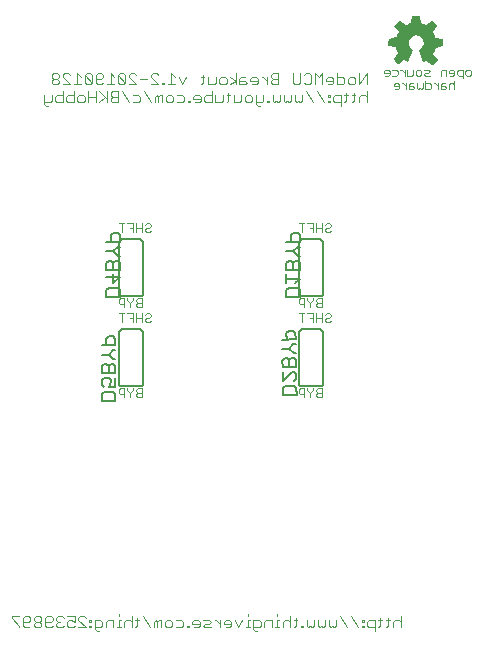
<source format=gbr>
G04 EAGLE Gerber RS-274X export*
G75*
%MOMM*%
%FSLAX34Y34*%
%LPD*%
%INSilkscreen Bottom*%
%IPPOS*%
%AMOC8*
5,1,8,0,0,1.08239X$1,22.5*%
G01*
%ADD10C,0.076200*%
%ADD11C,0.152400*%
%ADD12C,0.127000*%
%ADD13C,0.050800*%

G36*
X560240Y591072D02*
X560240Y591072D01*
X560292Y591077D01*
X560314Y591091D01*
X560325Y591093D01*
X560333Y591102D01*
X560362Y591120D01*
X561251Y591882D01*
X561252Y591883D01*
X561254Y591885D01*
X562397Y592901D01*
X562400Y592905D01*
X562408Y592911D01*
X563297Y593800D01*
X563300Y593804D01*
X563307Y593811D01*
X564323Y594954D01*
X564339Y594986D01*
X564353Y595002D01*
X564355Y595018D01*
X564379Y595057D01*
X564379Y595070D01*
X564384Y595081D01*
X564377Y595140D01*
X564376Y595198D01*
X564368Y595213D01*
X564367Y595221D01*
X564359Y595231D01*
X564339Y595271D01*
X560753Y600217D01*
X561559Y601598D01*
X561560Y601604D01*
X561567Y601613D01*
X562075Y602629D01*
X562077Y602641D01*
X562091Y602669D01*
X562472Y603939D01*
X562472Y603940D01*
X562473Y603942D01*
X562936Y605566D01*
X569001Y606556D01*
X569060Y606584D01*
X569120Y606610D01*
X569123Y606614D01*
X569128Y606617D01*
X569163Y606672D01*
X569200Y606726D01*
X569201Y606733D01*
X569203Y606736D01*
X569203Y606745D01*
X569213Y606806D01*
X569213Y612394D01*
X569195Y612457D01*
X569179Y612521D01*
X569176Y612524D01*
X569174Y612529D01*
X569125Y612573D01*
X569078Y612618D01*
X569071Y612620D01*
X569069Y612623D01*
X569060Y612624D01*
X569001Y612644D01*
X562915Y613638D01*
X562596Y614383D01*
X562219Y615763D01*
X562213Y615773D01*
X562205Y615802D01*
X561443Y617453D01*
X561437Y617460D01*
X561430Y617477D01*
X560752Y618608D01*
X564216Y623681D01*
X564236Y623740D01*
X564259Y623799D01*
X564257Y623807D01*
X564260Y623815D01*
X564245Y623876D01*
X564234Y623937D01*
X564227Y623946D01*
X564226Y623952D01*
X564217Y623960D01*
X564186Y624003D01*
X563557Y624633D01*
X562545Y625770D01*
X562541Y625773D01*
X562535Y625781D01*
X561265Y627051D01*
X561256Y627056D01*
X561241Y627072D01*
X560098Y627961D01*
X560051Y627980D01*
X560008Y628006D01*
X559987Y628005D01*
X559968Y628013D01*
X559918Y628004D01*
X559867Y628003D01*
X559841Y627989D01*
X559829Y627987D01*
X559820Y627979D01*
X559794Y627966D01*
X554847Y624379D01*
X553211Y625314D01*
X553200Y625316D01*
X553179Y625329D01*
X551909Y625837D01*
X551904Y625838D01*
X551895Y625842D01*
X550135Y626429D01*
X549144Y632375D01*
X549121Y632422D01*
X549105Y632473D01*
X549091Y632485D01*
X549083Y632502D01*
X549038Y632530D01*
X548998Y632564D01*
X548973Y632571D01*
X548963Y632577D01*
X548951Y632576D01*
X548919Y632585D01*
X547649Y632712D01*
X547641Y632711D01*
X547624Y632713D01*
X544703Y632713D01*
X544696Y632711D01*
X544682Y632712D01*
X543158Y632585D01*
X543108Y632566D01*
X543057Y632555D01*
X543044Y632542D01*
X543026Y632535D01*
X542995Y632493D01*
X542957Y632455D01*
X542949Y632431D01*
X542942Y632422D01*
X542941Y632410D01*
X542930Y632379D01*
X541817Y626321D01*
X540838Y626103D01*
X540827Y626097D01*
X540790Y626087D01*
X538504Y625071D01*
X538498Y625067D01*
X538484Y625061D01*
X537480Y624504D01*
X532403Y628095D01*
X532361Y628109D01*
X532324Y628132D01*
X532296Y628132D01*
X532270Y628141D01*
X532227Y628131D01*
X532183Y628130D01*
X532145Y628112D01*
X532133Y628109D01*
X532127Y628102D01*
X532110Y628094D01*
X531221Y627459D01*
X531216Y627453D01*
X531201Y627444D01*
X530185Y626555D01*
X530182Y626550D01*
X530173Y626543D01*
X528903Y625273D01*
X528899Y625265D01*
X528884Y625252D01*
X527868Y623982D01*
X527848Y623934D01*
X527821Y623890D01*
X527822Y623870D01*
X527814Y623852D01*
X527823Y623801D01*
X527824Y623749D01*
X527836Y623724D01*
X527838Y623713D01*
X527846Y623704D01*
X527860Y623676D01*
X531327Y618848D01*
X531272Y618738D01*
X530387Y617221D01*
X530385Y617212D01*
X530375Y617198D01*
X529740Y615801D01*
X529739Y615791D01*
X529729Y615770D01*
X529266Y614266D01*
X523194Y613151D01*
X523149Y613128D01*
X523100Y613113D01*
X523087Y613097D01*
X523068Y613088D01*
X523042Y613044D01*
X523009Y613006D01*
X523001Y612978D01*
X522995Y612967D01*
X522996Y612956D01*
X522988Y612927D01*
X522861Y611657D01*
X522861Y611656D01*
X522861Y611655D01*
X522734Y610258D01*
X522735Y610250D01*
X522733Y610235D01*
X522733Y607314D01*
X522750Y607253D01*
X522764Y607192D01*
X522770Y607186D01*
X522772Y607179D01*
X522819Y607137D01*
X522864Y607092D01*
X522873Y607089D01*
X522877Y607085D01*
X522888Y607083D01*
X522940Y607065D01*
X529003Y605951D01*
X529471Y604078D01*
X529475Y604072D01*
X529477Y604059D01*
X529985Y602535D01*
X529992Y602524D01*
X530006Y602487D01*
X530814Y601102D01*
X527223Y595901D01*
X527207Y595855D01*
X527184Y595813D01*
X527185Y595790D01*
X527178Y595767D01*
X527189Y595721D01*
X527192Y595673D01*
X527209Y595643D01*
X527212Y595630D01*
X527219Y595623D01*
X527231Y595602D01*
X528120Y594459D01*
X528125Y594455D01*
X528131Y594446D01*
X529147Y593303D01*
X529151Y593300D01*
X529157Y593292D01*
X530046Y592403D01*
X530051Y592400D01*
X530058Y592391D01*
X531074Y591502D01*
X531125Y591479D01*
X531172Y591449D01*
X531188Y591449D01*
X531202Y591443D01*
X531257Y591450D01*
X531313Y591450D01*
X531332Y591459D01*
X531342Y591461D01*
X531352Y591469D01*
X531386Y591486D01*
X536324Y594942D01*
X537705Y594022D01*
X537717Y594018D01*
X537748Y593999D01*
X539272Y593364D01*
X539289Y593362D01*
X539305Y593353D01*
X539358Y593354D01*
X539412Y593348D01*
X539428Y593356D01*
X539445Y593357D01*
X539490Y593386D01*
X539538Y593410D01*
X539548Y593425D01*
X539563Y593435D01*
X539604Y593504D01*
X543541Y603410D01*
X543547Y603474D01*
X543557Y603537D01*
X543554Y603543D01*
X543555Y603551D01*
X543526Y603608D01*
X543501Y603666D01*
X543494Y603672D01*
X543491Y603677D01*
X543482Y603682D01*
X543440Y603719D01*
X542297Y604428D01*
X541342Y605337D01*
X540592Y606422D01*
X540079Y607637D01*
X539825Y608931D01*
X539839Y610249D01*
X540123Y611537D01*
X540663Y612740D01*
X541437Y613807D01*
X542412Y614695D01*
X543548Y615365D01*
X544796Y615789D01*
X546104Y615949D01*
X547457Y615830D01*
X548752Y615423D01*
X549929Y614749D01*
X550935Y613838D01*
X551723Y612733D01*
X552256Y611485D01*
X552509Y610152D01*
X552471Y608795D01*
X552144Y607478D01*
X551542Y606262D01*
X550693Y605203D01*
X549638Y604350D01*
X548400Y603730D01*
X548349Y603683D01*
X548297Y603636D01*
X548297Y603635D01*
X548296Y603635D01*
X548278Y603567D01*
X548260Y603500D01*
X548260Y603499D01*
X548260Y603497D01*
X548274Y603420D01*
X551830Y593260D01*
X551850Y593233D01*
X551860Y593201D01*
X551890Y593177D01*
X551912Y593146D01*
X551943Y593133D01*
X551969Y593111D01*
X552007Y593107D01*
X552042Y593092D01*
X552075Y593098D01*
X552109Y593094D01*
X552175Y593116D01*
X552181Y593117D01*
X552182Y593118D01*
X552186Y593119D01*
X554973Y594573D01*
X560054Y591103D01*
X560105Y591086D01*
X560152Y591063D01*
X560171Y591065D01*
X560188Y591059D01*
X560240Y591072D01*
G37*
D10*
X466571Y309753D02*
X466571Y317125D01*
X462885Y317125D01*
X461657Y315897D01*
X461657Y314668D01*
X462885Y313439D01*
X461657Y312210D01*
X461657Y310982D01*
X462885Y309753D01*
X466571Y309753D01*
X466571Y313439D02*
X462885Y313439D01*
X459087Y315897D02*
X459087Y317125D01*
X459087Y315897D02*
X456630Y313439D01*
X454172Y315897D01*
X454172Y317125D01*
X456630Y313439D02*
X456630Y309753D01*
X451603Y309753D02*
X451603Y317125D01*
X447917Y317125D01*
X446688Y315897D01*
X446688Y313439D01*
X447917Y312210D01*
X451603Y312210D01*
X314171Y309753D02*
X314171Y317125D01*
X310485Y317125D01*
X309257Y315897D01*
X309257Y314668D01*
X310485Y313439D01*
X309257Y312210D01*
X309257Y310982D01*
X310485Y309753D01*
X314171Y309753D01*
X314171Y313439D02*
X310485Y313439D01*
X306687Y315897D02*
X306687Y317125D01*
X306687Y315897D02*
X304230Y313439D01*
X301772Y315897D01*
X301772Y317125D01*
X304230Y313439D02*
X304230Y309753D01*
X299203Y309753D02*
X299203Y317125D01*
X295517Y317125D01*
X294288Y315897D01*
X294288Y313439D01*
X295517Y312210D01*
X299203Y312210D01*
X314171Y385953D02*
X314171Y393325D01*
X310485Y393325D01*
X309257Y392097D01*
X309257Y390868D01*
X310485Y389639D01*
X309257Y388410D01*
X309257Y387182D01*
X310485Y385953D01*
X314171Y385953D01*
X314171Y389639D02*
X310485Y389639D01*
X306687Y392097D02*
X306687Y393325D01*
X306687Y392097D02*
X304230Y389639D01*
X301772Y392097D01*
X301772Y393325D01*
X304230Y389639D02*
X304230Y385953D01*
X299203Y385953D02*
X299203Y393325D01*
X295517Y393325D01*
X294288Y392097D01*
X294288Y389639D01*
X295517Y388410D01*
X299203Y388410D01*
X466571Y385953D02*
X466571Y393325D01*
X462885Y393325D01*
X461657Y392097D01*
X461657Y390868D01*
X462885Y389639D01*
X461657Y388410D01*
X461657Y387182D01*
X462885Y385953D01*
X466571Y385953D01*
X466571Y389639D02*
X462885Y389639D01*
X459087Y392097D02*
X459087Y393325D01*
X459087Y392097D02*
X456630Y389639D01*
X454172Y392097D01*
X454172Y393325D01*
X456630Y389639D02*
X456630Y385953D01*
X451603Y385953D02*
X451603Y393325D01*
X447917Y393325D01*
X446688Y392097D01*
X446688Y389639D01*
X447917Y388410D01*
X451603Y388410D01*
X469141Y455597D02*
X470370Y456825D01*
X472827Y456825D01*
X474056Y455597D01*
X474056Y454368D01*
X472827Y453139D01*
X470370Y453139D01*
X469141Y451910D01*
X469141Y450682D01*
X470370Y449453D01*
X472827Y449453D01*
X474056Y450682D01*
X466571Y449453D02*
X466571Y456825D01*
X466571Y453139D02*
X461657Y453139D01*
X461657Y456825D02*
X461657Y449453D01*
X459087Y449453D02*
X459087Y456825D01*
X454172Y456825D01*
X456630Y453139D02*
X459087Y453139D01*
X449146Y449453D02*
X449146Y456825D01*
X451603Y456825D02*
X446688Y456825D01*
X317970Y456825D02*
X316741Y455597D01*
X317970Y456825D02*
X320427Y456825D01*
X321656Y455597D01*
X321656Y454368D01*
X320427Y453139D01*
X317970Y453139D01*
X316741Y451910D01*
X316741Y450682D01*
X317970Y449453D01*
X320427Y449453D01*
X321656Y450682D01*
X314171Y449453D02*
X314171Y456825D01*
X314171Y453139D02*
X309257Y453139D01*
X309257Y456825D02*
X309257Y449453D01*
X306687Y449453D02*
X306687Y456825D01*
X301772Y456825D01*
X304230Y453139D02*
X306687Y453139D01*
X296746Y449453D02*
X296746Y456825D01*
X299203Y456825D02*
X294288Y456825D01*
X317970Y380625D02*
X316741Y379397D01*
X317970Y380625D02*
X320427Y380625D01*
X321656Y379397D01*
X321656Y378168D01*
X320427Y376939D01*
X317970Y376939D01*
X316741Y375710D01*
X316741Y374482D01*
X317970Y373253D01*
X320427Y373253D01*
X321656Y374482D01*
X314171Y373253D02*
X314171Y380625D01*
X314171Y376939D02*
X309257Y376939D01*
X309257Y380625D02*
X309257Y373253D01*
X306687Y373253D02*
X306687Y380625D01*
X301772Y380625D01*
X304230Y376939D02*
X306687Y376939D01*
X296746Y373253D02*
X296746Y380625D01*
X299203Y380625D02*
X294288Y380625D01*
X469141Y379397D02*
X470370Y380625D01*
X472827Y380625D01*
X474056Y379397D01*
X474056Y378168D01*
X472827Y376939D01*
X470370Y376939D01*
X469141Y375710D01*
X469141Y374482D01*
X470370Y373253D01*
X472827Y373253D01*
X474056Y374482D01*
X466571Y373253D02*
X466571Y380625D01*
X466571Y376939D02*
X461657Y376939D01*
X461657Y380625D02*
X461657Y373253D01*
X459087Y373253D02*
X459087Y380625D01*
X454172Y380625D01*
X456630Y376939D02*
X459087Y376939D01*
X449146Y373253D02*
X449146Y380625D01*
X451603Y380625D02*
X446688Y380625D01*
X504197Y574421D02*
X504197Y583827D01*
X497927Y574421D01*
X497927Y583827D01*
X493274Y574421D02*
X490139Y574421D01*
X488571Y575989D01*
X488571Y579124D01*
X490139Y580692D01*
X493274Y580692D01*
X494842Y579124D01*
X494842Y575989D01*
X493274Y574421D01*
X479216Y574421D02*
X479216Y583827D01*
X479216Y574421D02*
X483919Y574421D01*
X485487Y575989D01*
X485487Y579124D01*
X483919Y580692D01*
X479216Y580692D01*
X474564Y574421D02*
X471429Y574421D01*
X474564Y574421D02*
X476132Y575989D01*
X476132Y579124D01*
X474564Y580692D01*
X471429Y580692D01*
X469861Y579124D01*
X469861Y577556D01*
X476132Y577556D01*
X466777Y574421D02*
X466777Y583827D01*
X463641Y580692D01*
X460506Y583827D01*
X460506Y574421D01*
X451151Y582259D02*
X452718Y583827D01*
X455854Y583827D01*
X457421Y582259D01*
X457421Y575989D01*
X455854Y574421D01*
X452718Y574421D01*
X451151Y575989D01*
X448066Y575989D02*
X448066Y583827D01*
X448066Y575989D02*
X446498Y574421D01*
X443363Y574421D01*
X441795Y575989D01*
X441795Y583827D01*
X429356Y583827D02*
X429356Y574421D01*
X429356Y583827D02*
X424653Y583827D01*
X423085Y582259D01*
X423085Y580692D01*
X424653Y579124D01*
X423085Y577556D01*
X423085Y575989D01*
X424653Y574421D01*
X429356Y574421D01*
X429356Y579124D02*
X424653Y579124D01*
X420001Y580692D02*
X420001Y574421D01*
X420001Y577556D02*
X416865Y580692D01*
X415298Y580692D01*
X410637Y574421D02*
X407502Y574421D01*
X410637Y574421D02*
X412205Y575989D01*
X412205Y579124D01*
X410637Y580692D01*
X407502Y580692D01*
X405934Y579124D01*
X405934Y577556D01*
X412205Y577556D01*
X401282Y580692D02*
X398146Y580692D01*
X396579Y579124D01*
X396579Y574421D01*
X401282Y574421D01*
X402849Y575989D01*
X401282Y577556D01*
X396579Y577556D01*
X393494Y574421D02*
X393494Y583827D01*
X393494Y577556D02*
X388791Y574421D01*
X393494Y577556D02*
X388791Y580692D01*
X384131Y574421D02*
X380995Y574421D01*
X379428Y575989D01*
X379428Y579124D01*
X380995Y580692D01*
X384131Y580692D01*
X385698Y579124D01*
X385698Y575989D01*
X384131Y574421D01*
X376343Y575989D02*
X376343Y580692D01*
X376343Y575989D02*
X374775Y574421D01*
X370072Y574421D01*
X370072Y580692D01*
X365420Y582259D02*
X365420Y575989D01*
X363853Y574421D01*
X363853Y580692D02*
X366988Y580692D01*
X351396Y580692D02*
X348261Y574421D01*
X345125Y580692D01*
X342041Y580692D02*
X338905Y583827D01*
X338905Y574421D01*
X335770Y574421D02*
X342041Y574421D01*
X332686Y574421D02*
X332686Y575989D01*
X331118Y575989D01*
X331118Y574421D01*
X332686Y574421D01*
X328008Y574421D02*
X321737Y574421D01*
X328008Y574421D02*
X321737Y580692D01*
X321737Y582259D01*
X323305Y583827D01*
X326440Y583827D01*
X328008Y582259D01*
X318653Y579124D02*
X312382Y579124D01*
X309298Y574421D02*
X303027Y574421D01*
X309298Y574421D02*
X303027Y580692D01*
X303027Y582259D01*
X304595Y583827D01*
X307730Y583827D01*
X309298Y582259D01*
X299942Y582259D02*
X299942Y575989D01*
X299942Y582259D02*
X298375Y583827D01*
X295239Y583827D01*
X293672Y582259D01*
X293672Y575989D01*
X295239Y574421D01*
X298375Y574421D01*
X299942Y575989D01*
X293672Y582259D01*
X290587Y580692D02*
X287452Y583827D01*
X287452Y574421D01*
X290587Y574421D02*
X284317Y574421D01*
X281232Y575989D02*
X279664Y574421D01*
X276529Y574421D01*
X274961Y575989D01*
X274961Y582259D01*
X276529Y583827D01*
X279664Y583827D01*
X281232Y582259D01*
X281232Y580692D01*
X279664Y579124D01*
X274961Y579124D01*
X271877Y575989D02*
X271877Y582259D01*
X270309Y583827D01*
X267174Y583827D01*
X265606Y582259D01*
X265606Y575989D01*
X267174Y574421D01*
X270309Y574421D01*
X271877Y575989D01*
X265606Y582259D01*
X262522Y580692D02*
X259386Y583827D01*
X259386Y574421D01*
X256251Y574421D02*
X262522Y574421D01*
X253166Y574421D02*
X246896Y574421D01*
X253166Y574421D02*
X246896Y580692D01*
X246896Y582259D01*
X248463Y583827D01*
X251599Y583827D01*
X253166Y582259D01*
X243811Y582259D02*
X242244Y583827D01*
X239108Y583827D01*
X237541Y582259D01*
X237541Y580692D01*
X239108Y579124D01*
X237541Y577556D01*
X237541Y575989D01*
X239108Y574421D01*
X242244Y574421D01*
X243811Y575989D01*
X243811Y577556D01*
X242244Y579124D01*
X243811Y580692D01*
X243811Y582259D01*
X242244Y579124D02*
X239108Y579124D01*
X504197Y568587D02*
X504197Y559181D01*
X504197Y563884D02*
X502630Y565452D01*
X499494Y565452D01*
X497927Y563884D01*
X497927Y559181D01*
X493274Y560749D02*
X493274Y567019D01*
X493274Y560749D02*
X491707Y559181D01*
X491707Y565452D02*
X494842Y565452D01*
X487038Y567019D02*
X487038Y560749D01*
X485470Y559181D01*
X485470Y565452D02*
X488605Y565452D01*
X482369Y565452D02*
X482369Y556046D01*
X482369Y565452D02*
X477666Y565452D01*
X476098Y563884D01*
X476098Y560749D01*
X477666Y559181D01*
X482369Y559181D01*
X473013Y565452D02*
X471446Y565452D01*
X471446Y563884D01*
X473013Y563884D01*
X473013Y565452D01*
X473013Y560749D02*
X471446Y560749D01*
X471446Y559181D01*
X473013Y559181D01*
X473013Y560749D01*
X468336Y559181D02*
X462065Y568587D01*
X452710Y568587D02*
X458981Y559181D01*
X449625Y560749D02*
X449625Y565452D01*
X449625Y560749D02*
X448058Y559181D01*
X446490Y560749D01*
X444922Y559181D01*
X443355Y560749D01*
X443355Y565452D01*
X440270Y565452D02*
X440270Y560749D01*
X438703Y559181D01*
X437135Y560749D01*
X435567Y559181D01*
X433999Y560749D01*
X433999Y565452D01*
X430915Y565452D02*
X430915Y560749D01*
X429347Y559181D01*
X427780Y560749D01*
X426212Y559181D01*
X424644Y560749D01*
X424644Y565452D01*
X421560Y560749D02*
X421560Y559181D01*
X421560Y560749D02*
X419992Y560749D01*
X419992Y559181D01*
X421560Y559181D01*
X416882Y560749D02*
X416882Y565452D01*
X416882Y560749D02*
X415315Y559181D01*
X410612Y559181D01*
X410612Y557613D02*
X410612Y565452D01*
X410612Y557613D02*
X412179Y556046D01*
X413747Y556046D01*
X405959Y559181D02*
X402824Y559181D01*
X401256Y560749D01*
X401256Y563884D01*
X402824Y565452D01*
X405959Y565452D01*
X407527Y563884D01*
X407527Y560749D01*
X405959Y559181D01*
X398172Y560749D02*
X398172Y565452D01*
X398172Y560749D02*
X396604Y559181D01*
X391901Y559181D01*
X391901Y565452D01*
X387249Y567019D02*
X387249Y560749D01*
X385681Y559181D01*
X385681Y565452D02*
X388817Y565452D01*
X382580Y565452D02*
X382580Y560749D01*
X381012Y559181D01*
X376309Y559181D01*
X376309Y565452D01*
X373225Y568587D02*
X373225Y559181D01*
X368522Y559181D01*
X366954Y560749D01*
X366954Y563884D01*
X368522Y565452D01*
X373225Y565452D01*
X362302Y559181D02*
X359166Y559181D01*
X362302Y559181D02*
X363869Y560749D01*
X363869Y563884D01*
X362302Y565452D01*
X359166Y565452D01*
X357599Y563884D01*
X357599Y562316D01*
X363869Y562316D01*
X354514Y560749D02*
X354514Y559181D01*
X354514Y560749D02*
X352947Y560749D01*
X352947Y559181D01*
X354514Y559181D01*
X348269Y565452D02*
X343566Y565452D01*
X348269Y565452D02*
X349837Y563884D01*
X349837Y560749D01*
X348269Y559181D01*
X343566Y559181D01*
X338914Y559181D02*
X335779Y559181D01*
X334211Y560749D01*
X334211Y563884D01*
X335779Y565452D01*
X338914Y565452D01*
X340482Y563884D01*
X340482Y560749D01*
X338914Y559181D01*
X331126Y559181D02*
X331126Y565452D01*
X329559Y565452D01*
X327991Y563884D01*
X327991Y559181D01*
X327991Y563884D02*
X326423Y565452D01*
X324856Y563884D01*
X324856Y559181D01*
X321771Y559181D02*
X315500Y568587D01*
X310848Y565452D02*
X306145Y565452D01*
X310848Y565452D02*
X312416Y563884D01*
X312416Y560749D01*
X310848Y559181D01*
X306145Y559181D01*
X303061Y559181D02*
X296790Y568587D01*
X293706Y568587D02*
X293706Y559181D01*
X293706Y568587D02*
X289003Y568587D01*
X287435Y567019D01*
X287435Y565452D01*
X289003Y563884D01*
X287435Y562316D01*
X287435Y560749D01*
X289003Y559181D01*
X293706Y559181D01*
X293706Y563884D02*
X289003Y563884D01*
X284350Y568587D02*
X284350Y559181D01*
X284350Y562316D02*
X278080Y568587D01*
X282783Y563884D02*
X278080Y559181D01*
X274995Y559181D02*
X274995Y568587D01*
X274995Y563884D02*
X268725Y563884D01*
X268725Y568587D02*
X268725Y559181D01*
X264072Y559181D02*
X260937Y559181D01*
X259369Y560749D01*
X259369Y563884D01*
X260937Y565452D01*
X264072Y565452D01*
X265640Y563884D01*
X265640Y560749D01*
X264072Y559181D01*
X256285Y559181D02*
X256285Y568587D01*
X256285Y559181D02*
X251582Y559181D01*
X250014Y560749D01*
X250014Y563884D01*
X251582Y565452D01*
X256285Y565452D01*
X246930Y568587D02*
X246930Y559181D01*
X242227Y559181D01*
X240659Y560749D01*
X240659Y563884D01*
X242227Y565452D01*
X246930Y565452D01*
X237574Y565452D02*
X237574Y560749D01*
X236007Y559181D01*
X231304Y559181D01*
X231304Y557613D02*
X231304Y565452D01*
X231304Y557613D02*
X232871Y556046D01*
X234439Y556046D01*
X533019Y124087D02*
X533019Y114681D01*
X533019Y119384D02*
X531451Y120952D01*
X528316Y120952D01*
X526748Y119384D01*
X526748Y114681D01*
X522096Y116249D02*
X522096Y122519D01*
X522096Y116249D02*
X520528Y114681D01*
X520528Y120952D02*
X523664Y120952D01*
X515859Y122519D02*
X515859Y116249D01*
X514292Y114681D01*
X514292Y120952D02*
X517427Y120952D01*
X511190Y120952D02*
X511190Y111546D01*
X511190Y120952D02*
X506487Y120952D01*
X504920Y119384D01*
X504920Y116249D01*
X506487Y114681D01*
X511190Y114681D01*
X501835Y120952D02*
X500267Y120952D01*
X500267Y119384D01*
X501835Y119384D01*
X501835Y120952D01*
X501835Y116249D02*
X500267Y116249D01*
X500267Y114681D01*
X501835Y114681D01*
X501835Y116249D01*
X497157Y114681D02*
X490887Y124087D01*
X481532Y124087D02*
X487802Y114681D01*
X478447Y116249D02*
X478447Y120952D01*
X478447Y116249D02*
X476879Y114681D01*
X475312Y116249D01*
X473744Y114681D01*
X472176Y116249D01*
X472176Y120952D01*
X469092Y120952D02*
X469092Y116249D01*
X467524Y114681D01*
X465957Y116249D01*
X464389Y114681D01*
X462821Y116249D01*
X462821Y120952D01*
X459737Y120952D02*
X459737Y116249D01*
X458169Y114681D01*
X456601Y116249D01*
X455034Y114681D01*
X453466Y116249D01*
X453466Y120952D01*
X450382Y116249D02*
X450382Y114681D01*
X450382Y116249D02*
X448814Y116249D01*
X448814Y114681D01*
X450382Y114681D01*
X444136Y116249D02*
X444136Y122519D01*
X444136Y116249D02*
X442569Y114681D01*
X442569Y120952D02*
X445704Y120952D01*
X439467Y124087D02*
X439467Y114681D01*
X439467Y119384D02*
X437900Y120952D01*
X434764Y120952D01*
X433196Y119384D01*
X433196Y114681D01*
X430112Y120952D02*
X428544Y120952D01*
X428544Y114681D01*
X426977Y114681D02*
X430112Y114681D01*
X428544Y124087D02*
X428544Y125655D01*
X423875Y120952D02*
X423875Y114681D01*
X423875Y120952D02*
X419172Y120952D01*
X417605Y119384D01*
X417605Y114681D01*
X411385Y111546D02*
X409817Y111546D01*
X408249Y113113D01*
X408249Y120952D01*
X412952Y120952D01*
X414520Y119384D01*
X414520Y116249D01*
X412952Y114681D01*
X408249Y114681D01*
X405165Y120952D02*
X403597Y120952D01*
X403597Y114681D01*
X405165Y114681D02*
X402029Y114681D01*
X403597Y124087D02*
X403597Y125655D01*
X398928Y120952D02*
X395793Y114681D01*
X392657Y120952D01*
X388005Y114681D02*
X384870Y114681D01*
X388005Y114681D02*
X389573Y116249D01*
X389573Y119384D01*
X388005Y120952D01*
X384870Y120952D01*
X383302Y119384D01*
X383302Y117816D01*
X389573Y117816D01*
X380218Y114681D02*
X380218Y120952D01*
X380218Y117816D02*
X377082Y120952D01*
X375515Y120952D01*
X372422Y114681D02*
X367719Y114681D01*
X366151Y116249D01*
X367719Y117816D01*
X370854Y117816D01*
X372422Y119384D01*
X370854Y120952D01*
X366151Y120952D01*
X361499Y114681D02*
X358364Y114681D01*
X361499Y114681D02*
X363067Y116249D01*
X363067Y119384D01*
X361499Y120952D01*
X358364Y120952D01*
X356796Y119384D01*
X356796Y117816D01*
X363067Y117816D01*
X353711Y116249D02*
X353711Y114681D01*
X353711Y116249D02*
X352144Y116249D01*
X352144Y114681D01*
X353711Y114681D01*
X347466Y120952D02*
X342763Y120952D01*
X347466Y120952D02*
X349034Y119384D01*
X349034Y116249D01*
X347466Y114681D01*
X342763Y114681D01*
X338111Y114681D02*
X334976Y114681D01*
X333408Y116249D01*
X333408Y119384D01*
X334976Y120952D01*
X338111Y120952D01*
X339679Y119384D01*
X339679Y116249D01*
X338111Y114681D01*
X330323Y114681D02*
X330323Y120952D01*
X328756Y120952D01*
X327188Y119384D01*
X327188Y114681D01*
X327188Y119384D02*
X325620Y120952D01*
X324053Y119384D01*
X324053Y114681D01*
X320968Y114681D02*
X314697Y124087D01*
X310045Y122519D02*
X310045Y116249D01*
X308478Y114681D01*
X308478Y120952D02*
X311613Y120952D01*
X305376Y124087D02*
X305376Y114681D01*
X305376Y119384D02*
X303809Y120952D01*
X300673Y120952D01*
X299106Y119384D01*
X299106Y114681D01*
X296021Y120952D02*
X294453Y120952D01*
X294453Y114681D01*
X292886Y114681D02*
X296021Y114681D01*
X294453Y124087D02*
X294453Y125655D01*
X289784Y120952D02*
X289784Y114681D01*
X289784Y120952D02*
X285081Y120952D01*
X283514Y119384D01*
X283514Y114681D01*
X277294Y111546D02*
X275726Y111546D01*
X274158Y113113D01*
X274158Y120952D01*
X278861Y120952D01*
X280429Y119384D01*
X280429Y116249D01*
X278861Y114681D01*
X274158Y114681D01*
X271074Y120952D02*
X269506Y120952D01*
X269506Y119384D01*
X271074Y119384D01*
X271074Y120952D01*
X271074Y116249D02*
X269506Y116249D01*
X269506Y114681D01*
X271074Y114681D01*
X271074Y116249D01*
X266396Y114681D02*
X260126Y114681D01*
X266396Y114681D02*
X260126Y120952D01*
X260126Y122519D01*
X261693Y124087D01*
X264829Y124087D01*
X266396Y122519D01*
X257041Y124087D02*
X250770Y124087D01*
X257041Y124087D02*
X257041Y119384D01*
X253906Y120952D01*
X252338Y120952D01*
X250770Y119384D01*
X250770Y116249D01*
X252338Y114681D01*
X255473Y114681D01*
X257041Y116249D01*
X247686Y122519D02*
X246118Y124087D01*
X242983Y124087D01*
X241415Y122519D01*
X241415Y120952D01*
X242983Y119384D01*
X244551Y119384D01*
X242983Y119384D02*
X241415Y117816D01*
X241415Y116249D01*
X242983Y114681D01*
X246118Y114681D01*
X247686Y116249D01*
X238331Y116249D02*
X236763Y114681D01*
X233628Y114681D01*
X232060Y116249D01*
X232060Y122519D01*
X233628Y124087D01*
X236763Y124087D01*
X238331Y122519D01*
X238331Y120952D01*
X236763Y119384D01*
X232060Y119384D01*
X228976Y122519D02*
X227408Y124087D01*
X224273Y124087D01*
X222705Y122519D01*
X222705Y120952D01*
X224273Y119384D01*
X222705Y117816D01*
X222705Y116249D01*
X224273Y114681D01*
X227408Y114681D01*
X228976Y116249D01*
X228976Y117816D01*
X227408Y119384D01*
X228976Y120952D01*
X228976Y122519D01*
X227408Y119384D02*
X224273Y119384D01*
X219620Y116249D02*
X218053Y114681D01*
X214917Y114681D01*
X213350Y116249D01*
X213350Y122519D01*
X214917Y124087D01*
X218053Y124087D01*
X219620Y122519D01*
X219620Y120952D01*
X218053Y119384D01*
X213350Y119384D01*
X210265Y124087D02*
X203994Y124087D01*
X203994Y122519D01*
X210265Y116249D01*
X210265Y114681D01*
D11*
X294640Y397510D02*
X294640Y440690D01*
X312420Y443230D02*
X312520Y443228D01*
X312619Y443222D01*
X312719Y443212D01*
X312817Y443199D01*
X312916Y443181D01*
X313013Y443160D01*
X313109Y443135D01*
X313205Y443106D01*
X313299Y443073D01*
X313392Y443037D01*
X313483Y442997D01*
X313573Y442953D01*
X313661Y442906D01*
X313747Y442856D01*
X313831Y442802D01*
X313913Y442745D01*
X313992Y442685D01*
X314070Y442621D01*
X314144Y442555D01*
X314216Y442486D01*
X314285Y442414D01*
X314351Y442340D01*
X314415Y442262D01*
X314475Y442183D01*
X314532Y442101D01*
X314586Y442017D01*
X314636Y441931D01*
X314683Y441843D01*
X314727Y441753D01*
X314767Y441662D01*
X314803Y441569D01*
X314836Y441475D01*
X314865Y441379D01*
X314890Y441283D01*
X314911Y441186D01*
X314929Y441087D01*
X314942Y440989D01*
X314952Y440889D01*
X314958Y440790D01*
X314960Y440690D01*
X314960Y397510D02*
X314958Y397410D01*
X314952Y397311D01*
X314942Y397211D01*
X314929Y397113D01*
X314911Y397014D01*
X314890Y396917D01*
X314865Y396821D01*
X314836Y396725D01*
X314803Y396631D01*
X314767Y396538D01*
X314727Y396447D01*
X314683Y396357D01*
X314636Y396269D01*
X314586Y396183D01*
X314532Y396099D01*
X314475Y396017D01*
X314415Y395938D01*
X314351Y395860D01*
X314285Y395786D01*
X314216Y395714D01*
X314144Y395645D01*
X314070Y395579D01*
X313992Y395515D01*
X313913Y395455D01*
X313831Y395398D01*
X313747Y395344D01*
X313661Y395294D01*
X313573Y395247D01*
X313483Y395203D01*
X313392Y395163D01*
X313299Y395127D01*
X313205Y395094D01*
X313109Y395065D01*
X313013Y395040D01*
X312916Y395019D01*
X312817Y395001D01*
X312719Y394988D01*
X312619Y394978D01*
X312520Y394972D01*
X312420Y394970D01*
X297180Y394970D02*
X297080Y394972D01*
X296981Y394978D01*
X296881Y394988D01*
X296783Y395001D01*
X296684Y395019D01*
X296587Y395040D01*
X296491Y395065D01*
X296395Y395094D01*
X296301Y395127D01*
X296208Y395163D01*
X296117Y395203D01*
X296027Y395247D01*
X295939Y395294D01*
X295853Y395344D01*
X295769Y395398D01*
X295687Y395455D01*
X295608Y395515D01*
X295530Y395579D01*
X295456Y395645D01*
X295384Y395714D01*
X295315Y395786D01*
X295249Y395860D01*
X295185Y395938D01*
X295125Y396017D01*
X295068Y396099D01*
X295014Y396183D01*
X294964Y396269D01*
X294917Y396357D01*
X294873Y396447D01*
X294833Y396538D01*
X294797Y396631D01*
X294764Y396725D01*
X294735Y396821D01*
X294710Y396917D01*
X294689Y397014D01*
X294671Y397113D01*
X294658Y397211D01*
X294648Y397311D01*
X294642Y397410D01*
X294640Y397510D01*
X294640Y440690D02*
X294642Y440790D01*
X294648Y440889D01*
X294658Y440989D01*
X294671Y441087D01*
X294689Y441186D01*
X294710Y441283D01*
X294735Y441379D01*
X294764Y441475D01*
X294797Y441569D01*
X294833Y441662D01*
X294873Y441753D01*
X294917Y441843D01*
X294964Y441931D01*
X295014Y442017D01*
X295068Y442101D01*
X295125Y442183D01*
X295185Y442262D01*
X295249Y442340D01*
X295315Y442414D01*
X295384Y442486D01*
X295456Y442555D01*
X295530Y442621D01*
X295608Y442685D01*
X295687Y442745D01*
X295769Y442802D01*
X295853Y442856D01*
X295939Y442906D01*
X296027Y442953D01*
X296117Y442997D01*
X296208Y443037D01*
X296301Y443073D01*
X296395Y443106D01*
X296491Y443135D01*
X296587Y443160D01*
X296684Y443181D01*
X296783Y443199D01*
X296881Y443212D01*
X296981Y443222D01*
X297080Y443228D01*
X297180Y443230D01*
X312420Y443230D01*
X312420Y394970D02*
X297180Y394970D01*
X314960Y397510D02*
X314960Y440690D01*
D12*
X295285Y394335D02*
X283845Y394335D01*
X283845Y400055D01*
X285752Y401962D01*
X293378Y401962D01*
X295285Y400055D01*
X295285Y394335D01*
X295285Y411749D02*
X283845Y411749D01*
X289565Y406029D02*
X295285Y411749D01*
X289565Y413655D02*
X289565Y406029D01*
X283845Y417723D02*
X295285Y417723D01*
X295285Y423443D01*
X293378Y425349D01*
X291472Y425349D01*
X289565Y423443D01*
X287658Y425349D01*
X285752Y425349D01*
X283845Y423443D01*
X283845Y417723D01*
X289565Y417723D02*
X289565Y423443D01*
X293378Y429417D02*
X295285Y429417D01*
X293378Y429417D02*
X289565Y433230D01*
X293378Y437043D01*
X295285Y437043D01*
X289565Y433230D02*
X283845Y433230D01*
X283845Y441111D02*
X295285Y441111D01*
X295285Y446831D01*
X293378Y448737D01*
X289565Y448737D01*
X287658Y446831D01*
X287658Y441111D01*
D11*
X447040Y440690D02*
X447040Y397510D01*
X467360Y440690D02*
X467358Y440790D01*
X467352Y440889D01*
X467342Y440989D01*
X467329Y441087D01*
X467311Y441186D01*
X467290Y441283D01*
X467265Y441379D01*
X467236Y441475D01*
X467203Y441569D01*
X467167Y441662D01*
X467127Y441753D01*
X467083Y441843D01*
X467036Y441931D01*
X466986Y442017D01*
X466932Y442101D01*
X466875Y442183D01*
X466815Y442262D01*
X466751Y442340D01*
X466685Y442414D01*
X466616Y442486D01*
X466544Y442555D01*
X466470Y442621D01*
X466392Y442685D01*
X466313Y442745D01*
X466231Y442802D01*
X466147Y442856D01*
X466061Y442906D01*
X465973Y442953D01*
X465883Y442997D01*
X465792Y443037D01*
X465699Y443073D01*
X465605Y443106D01*
X465509Y443135D01*
X465413Y443160D01*
X465316Y443181D01*
X465217Y443199D01*
X465119Y443212D01*
X465019Y443222D01*
X464920Y443228D01*
X464820Y443230D01*
X467360Y397510D02*
X467358Y397410D01*
X467352Y397311D01*
X467342Y397211D01*
X467329Y397113D01*
X467311Y397014D01*
X467290Y396917D01*
X467265Y396821D01*
X467236Y396725D01*
X467203Y396631D01*
X467167Y396538D01*
X467127Y396447D01*
X467083Y396357D01*
X467036Y396269D01*
X466986Y396183D01*
X466932Y396099D01*
X466875Y396017D01*
X466815Y395938D01*
X466751Y395860D01*
X466685Y395786D01*
X466616Y395714D01*
X466544Y395645D01*
X466470Y395579D01*
X466392Y395515D01*
X466313Y395455D01*
X466231Y395398D01*
X466147Y395344D01*
X466061Y395294D01*
X465973Y395247D01*
X465883Y395203D01*
X465792Y395163D01*
X465699Y395127D01*
X465605Y395094D01*
X465509Y395065D01*
X465413Y395040D01*
X465316Y395019D01*
X465217Y395001D01*
X465119Y394988D01*
X465019Y394978D01*
X464920Y394972D01*
X464820Y394970D01*
X449580Y394970D02*
X449480Y394972D01*
X449381Y394978D01*
X449281Y394988D01*
X449183Y395001D01*
X449084Y395019D01*
X448987Y395040D01*
X448891Y395065D01*
X448795Y395094D01*
X448701Y395127D01*
X448608Y395163D01*
X448517Y395203D01*
X448427Y395247D01*
X448339Y395294D01*
X448253Y395344D01*
X448169Y395398D01*
X448087Y395455D01*
X448008Y395515D01*
X447930Y395579D01*
X447856Y395645D01*
X447784Y395714D01*
X447715Y395786D01*
X447649Y395860D01*
X447585Y395938D01*
X447525Y396017D01*
X447468Y396099D01*
X447414Y396183D01*
X447364Y396269D01*
X447317Y396357D01*
X447273Y396447D01*
X447233Y396538D01*
X447197Y396631D01*
X447164Y396725D01*
X447135Y396821D01*
X447110Y396917D01*
X447089Y397014D01*
X447071Y397113D01*
X447058Y397211D01*
X447048Y397311D01*
X447042Y397410D01*
X447040Y397510D01*
X447040Y440690D02*
X447042Y440790D01*
X447048Y440889D01*
X447058Y440989D01*
X447071Y441087D01*
X447089Y441186D01*
X447110Y441283D01*
X447135Y441379D01*
X447164Y441475D01*
X447197Y441569D01*
X447233Y441662D01*
X447273Y441753D01*
X447317Y441843D01*
X447364Y441931D01*
X447414Y442017D01*
X447468Y442101D01*
X447525Y442183D01*
X447585Y442262D01*
X447649Y442340D01*
X447715Y442414D01*
X447784Y442486D01*
X447856Y442555D01*
X447930Y442621D01*
X448008Y442685D01*
X448087Y442745D01*
X448169Y442802D01*
X448253Y442856D01*
X448339Y442906D01*
X448427Y442953D01*
X448517Y442997D01*
X448608Y443037D01*
X448701Y443073D01*
X448795Y443106D01*
X448891Y443135D01*
X448987Y443160D01*
X449084Y443181D01*
X449183Y443199D01*
X449281Y443212D01*
X449381Y443222D01*
X449480Y443228D01*
X449580Y443230D01*
X464820Y443230D01*
X464820Y394970D02*
X449580Y394970D01*
X467360Y397510D02*
X467360Y440690D01*
D12*
X447685Y394335D02*
X436245Y394335D01*
X436245Y400055D01*
X438152Y401962D01*
X445778Y401962D01*
X447685Y400055D01*
X447685Y394335D01*
X443872Y406029D02*
X447685Y409842D01*
X436245Y409842D01*
X436245Y406029D02*
X436245Y413655D01*
X436245Y417723D02*
X447685Y417723D01*
X447685Y423443D01*
X445778Y425349D01*
X443872Y425349D01*
X441965Y423443D01*
X440058Y425349D01*
X438152Y425349D01*
X436245Y423443D01*
X436245Y417723D01*
X441965Y417723D02*
X441965Y423443D01*
X445778Y429417D02*
X447685Y429417D01*
X445778Y429417D02*
X441965Y433230D01*
X445778Y437043D01*
X447685Y437043D01*
X441965Y433230D02*
X436245Y433230D01*
X436245Y441111D02*
X447685Y441111D01*
X447685Y446831D01*
X445778Y448737D01*
X441965Y448737D01*
X440058Y446831D01*
X440058Y441111D01*
D11*
X447040Y364490D02*
X447040Y321310D01*
X467360Y364490D02*
X467358Y364590D01*
X467352Y364689D01*
X467342Y364789D01*
X467329Y364887D01*
X467311Y364986D01*
X467290Y365083D01*
X467265Y365179D01*
X467236Y365275D01*
X467203Y365369D01*
X467167Y365462D01*
X467127Y365553D01*
X467083Y365643D01*
X467036Y365731D01*
X466986Y365817D01*
X466932Y365901D01*
X466875Y365983D01*
X466815Y366062D01*
X466751Y366140D01*
X466685Y366214D01*
X466616Y366286D01*
X466544Y366355D01*
X466470Y366421D01*
X466392Y366485D01*
X466313Y366545D01*
X466231Y366602D01*
X466147Y366656D01*
X466061Y366706D01*
X465973Y366753D01*
X465883Y366797D01*
X465792Y366837D01*
X465699Y366873D01*
X465605Y366906D01*
X465509Y366935D01*
X465413Y366960D01*
X465316Y366981D01*
X465217Y366999D01*
X465119Y367012D01*
X465019Y367022D01*
X464920Y367028D01*
X464820Y367030D01*
X467360Y321310D02*
X467358Y321210D01*
X467352Y321111D01*
X467342Y321011D01*
X467329Y320913D01*
X467311Y320814D01*
X467290Y320717D01*
X467265Y320621D01*
X467236Y320525D01*
X467203Y320431D01*
X467167Y320338D01*
X467127Y320247D01*
X467083Y320157D01*
X467036Y320069D01*
X466986Y319983D01*
X466932Y319899D01*
X466875Y319817D01*
X466815Y319738D01*
X466751Y319660D01*
X466685Y319586D01*
X466616Y319514D01*
X466544Y319445D01*
X466470Y319379D01*
X466392Y319315D01*
X466313Y319255D01*
X466231Y319198D01*
X466147Y319144D01*
X466061Y319094D01*
X465973Y319047D01*
X465883Y319003D01*
X465792Y318963D01*
X465699Y318927D01*
X465605Y318894D01*
X465509Y318865D01*
X465413Y318840D01*
X465316Y318819D01*
X465217Y318801D01*
X465119Y318788D01*
X465019Y318778D01*
X464920Y318772D01*
X464820Y318770D01*
X449580Y318770D02*
X449480Y318772D01*
X449381Y318778D01*
X449281Y318788D01*
X449183Y318801D01*
X449084Y318819D01*
X448987Y318840D01*
X448891Y318865D01*
X448795Y318894D01*
X448701Y318927D01*
X448608Y318963D01*
X448517Y319003D01*
X448427Y319047D01*
X448339Y319094D01*
X448253Y319144D01*
X448169Y319198D01*
X448087Y319255D01*
X448008Y319315D01*
X447930Y319379D01*
X447856Y319445D01*
X447784Y319514D01*
X447715Y319586D01*
X447649Y319660D01*
X447585Y319738D01*
X447525Y319817D01*
X447468Y319899D01*
X447414Y319983D01*
X447364Y320069D01*
X447317Y320157D01*
X447273Y320247D01*
X447233Y320338D01*
X447197Y320431D01*
X447164Y320525D01*
X447135Y320621D01*
X447110Y320717D01*
X447089Y320814D01*
X447071Y320913D01*
X447058Y321011D01*
X447048Y321111D01*
X447042Y321210D01*
X447040Y321310D01*
X447040Y364490D02*
X447042Y364590D01*
X447048Y364689D01*
X447058Y364789D01*
X447071Y364887D01*
X447089Y364986D01*
X447110Y365083D01*
X447135Y365179D01*
X447164Y365275D01*
X447197Y365369D01*
X447233Y365462D01*
X447273Y365553D01*
X447317Y365643D01*
X447364Y365731D01*
X447414Y365817D01*
X447468Y365901D01*
X447525Y365983D01*
X447585Y366062D01*
X447649Y366140D01*
X447715Y366214D01*
X447784Y366286D01*
X447856Y366355D01*
X447930Y366421D01*
X448008Y366485D01*
X448087Y366545D01*
X448169Y366602D01*
X448253Y366656D01*
X448339Y366706D01*
X448427Y366753D01*
X448517Y366797D01*
X448608Y366837D01*
X448701Y366873D01*
X448795Y366906D01*
X448891Y366935D01*
X448987Y366960D01*
X449084Y366981D01*
X449183Y366999D01*
X449281Y367012D01*
X449381Y367022D01*
X449480Y367028D01*
X449580Y367030D01*
X464820Y367030D01*
X464820Y318770D02*
X449580Y318770D01*
X467360Y321310D02*
X467360Y364490D01*
D12*
X444985Y311734D02*
X433548Y311514D01*
X433438Y317233D01*
X435307Y319176D01*
X442933Y319322D01*
X444875Y317452D01*
X444985Y311734D01*
X433323Y323206D02*
X433177Y330831D01*
X433323Y323206D02*
X440802Y330977D01*
X442708Y331014D01*
X444651Y329144D01*
X444724Y325332D01*
X442854Y323389D01*
X444536Y335117D02*
X433099Y334898D01*
X444536Y335117D02*
X444426Y340836D01*
X442484Y342706D01*
X440577Y342669D01*
X438708Y340726D01*
X436765Y342596D01*
X434859Y342559D01*
X432989Y340616D01*
X433099Y334898D01*
X438817Y335007D02*
X438708Y340726D01*
X442406Y346772D02*
X444312Y346809D01*
X442406Y346772D02*
X438520Y350512D01*
X442259Y354398D01*
X444165Y354434D01*
X438520Y350512D02*
X432801Y350402D01*
X432650Y358281D02*
X444087Y358501D01*
X443978Y364220D01*
X442035Y366089D01*
X438222Y366016D01*
X436352Y364073D01*
X436462Y358354D01*
D11*
X294640Y364490D02*
X294640Y321310D01*
X314960Y364490D02*
X314958Y364590D01*
X314952Y364689D01*
X314942Y364789D01*
X314929Y364887D01*
X314911Y364986D01*
X314890Y365083D01*
X314865Y365179D01*
X314836Y365275D01*
X314803Y365369D01*
X314767Y365462D01*
X314727Y365553D01*
X314683Y365643D01*
X314636Y365731D01*
X314586Y365817D01*
X314532Y365901D01*
X314475Y365983D01*
X314415Y366062D01*
X314351Y366140D01*
X314285Y366214D01*
X314216Y366286D01*
X314144Y366355D01*
X314070Y366421D01*
X313992Y366485D01*
X313913Y366545D01*
X313831Y366602D01*
X313747Y366656D01*
X313661Y366706D01*
X313573Y366753D01*
X313483Y366797D01*
X313392Y366837D01*
X313299Y366873D01*
X313205Y366906D01*
X313109Y366935D01*
X313013Y366960D01*
X312916Y366981D01*
X312817Y366999D01*
X312719Y367012D01*
X312619Y367022D01*
X312520Y367028D01*
X312420Y367030D01*
X314960Y321310D02*
X314958Y321210D01*
X314952Y321111D01*
X314942Y321011D01*
X314929Y320913D01*
X314911Y320814D01*
X314890Y320717D01*
X314865Y320621D01*
X314836Y320525D01*
X314803Y320431D01*
X314767Y320338D01*
X314727Y320247D01*
X314683Y320157D01*
X314636Y320069D01*
X314586Y319983D01*
X314532Y319899D01*
X314475Y319817D01*
X314415Y319738D01*
X314351Y319660D01*
X314285Y319586D01*
X314216Y319514D01*
X314144Y319445D01*
X314070Y319379D01*
X313992Y319315D01*
X313913Y319255D01*
X313831Y319198D01*
X313747Y319144D01*
X313661Y319094D01*
X313573Y319047D01*
X313483Y319003D01*
X313392Y318963D01*
X313299Y318927D01*
X313205Y318894D01*
X313109Y318865D01*
X313013Y318840D01*
X312916Y318819D01*
X312817Y318801D01*
X312719Y318788D01*
X312619Y318778D01*
X312520Y318772D01*
X312420Y318770D01*
X297180Y318770D02*
X297080Y318772D01*
X296981Y318778D01*
X296881Y318788D01*
X296783Y318801D01*
X296684Y318819D01*
X296587Y318840D01*
X296491Y318865D01*
X296395Y318894D01*
X296301Y318927D01*
X296208Y318963D01*
X296117Y319003D01*
X296027Y319047D01*
X295939Y319094D01*
X295853Y319144D01*
X295769Y319198D01*
X295687Y319255D01*
X295608Y319315D01*
X295530Y319379D01*
X295456Y319445D01*
X295384Y319514D01*
X295315Y319586D01*
X295249Y319660D01*
X295185Y319738D01*
X295125Y319817D01*
X295068Y319899D01*
X295014Y319983D01*
X294964Y320069D01*
X294917Y320157D01*
X294873Y320247D01*
X294833Y320338D01*
X294797Y320431D01*
X294764Y320525D01*
X294735Y320621D01*
X294710Y320717D01*
X294689Y320814D01*
X294671Y320913D01*
X294658Y321011D01*
X294648Y321111D01*
X294642Y321210D01*
X294640Y321310D01*
X294640Y364490D02*
X294642Y364590D01*
X294648Y364689D01*
X294658Y364789D01*
X294671Y364887D01*
X294689Y364986D01*
X294710Y365083D01*
X294735Y365179D01*
X294764Y365275D01*
X294797Y365369D01*
X294833Y365462D01*
X294873Y365553D01*
X294917Y365643D01*
X294964Y365731D01*
X295014Y365817D01*
X295068Y365901D01*
X295125Y365983D01*
X295185Y366062D01*
X295249Y366140D01*
X295315Y366214D01*
X295384Y366286D01*
X295456Y366355D01*
X295530Y366421D01*
X295608Y366485D01*
X295687Y366545D01*
X295769Y366602D01*
X295853Y366656D01*
X295939Y366706D01*
X296027Y366753D01*
X296117Y366797D01*
X296208Y366837D01*
X296301Y366873D01*
X296395Y366906D01*
X296491Y366935D01*
X296587Y366960D01*
X296684Y366981D01*
X296783Y366999D01*
X296881Y367012D01*
X296981Y367022D01*
X297080Y367028D01*
X297180Y367030D01*
X312420Y367030D01*
X312420Y318770D02*
X297180Y318770D01*
X314960Y321310D02*
X314960Y364490D01*
D12*
X291475Y306705D02*
X280035Y306705D01*
X280035Y312425D01*
X281942Y314332D01*
X289568Y314332D01*
X291475Y312425D01*
X291475Y306705D01*
X291475Y318399D02*
X291475Y326025D01*
X291475Y318399D02*
X285755Y318399D01*
X287662Y322212D01*
X287662Y324119D01*
X285755Y326025D01*
X281942Y326025D01*
X280035Y324119D01*
X280035Y320306D01*
X281942Y318399D01*
X280035Y330093D02*
X291475Y330093D01*
X291475Y335813D01*
X289568Y337719D01*
X287662Y337719D01*
X285755Y335813D01*
X283848Y337719D01*
X281942Y337719D01*
X280035Y335813D01*
X280035Y330093D01*
X285755Y330093D02*
X285755Y335813D01*
X289568Y341787D02*
X291475Y341787D01*
X289568Y341787D02*
X285755Y345600D01*
X289568Y349413D01*
X291475Y349413D01*
X285755Y345600D02*
X280035Y345600D01*
X280035Y353481D02*
X291475Y353481D01*
X291475Y359201D01*
X289568Y361107D01*
X285755Y361107D01*
X283848Y359201D01*
X283848Y353481D01*
D13*
X589088Y581914D02*
X591461Y581914D01*
X589088Y581914D02*
X587902Y583100D01*
X587902Y585473D01*
X589088Y586659D01*
X591461Y586659D01*
X592647Y585473D01*
X592647Y583100D01*
X591461Y581914D01*
X585631Y579541D02*
X585631Y586659D01*
X582072Y586659D01*
X580885Y585473D01*
X580885Y583100D01*
X582072Y581914D01*
X585631Y581914D01*
X577428Y581914D02*
X575055Y581914D01*
X577428Y581914D02*
X578614Y583100D01*
X578614Y585473D01*
X577428Y586659D01*
X575055Y586659D01*
X573869Y585473D01*
X573869Y584287D01*
X578614Y584287D01*
X571598Y581914D02*
X571598Y586659D01*
X568039Y586659D01*
X566852Y585473D01*
X566852Y581914D01*
X557565Y581914D02*
X554006Y581914D01*
X552820Y583100D01*
X554006Y584287D01*
X556379Y584287D01*
X557565Y585473D01*
X556379Y586659D01*
X552820Y586659D01*
X549362Y581914D02*
X546990Y581914D01*
X545803Y583100D01*
X545803Y585473D01*
X546990Y586659D01*
X549362Y586659D01*
X550549Y585473D01*
X550549Y583100D01*
X549362Y581914D01*
X543532Y583100D02*
X543532Y586659D01*
X543532Y583100D02*
X542346Y581914D01*
X538787Y581914D01*
X538787Y586659D01*
X536516Y586659D02*
X536516Y581914D01*
X536516Y584287D02*
X534143Y586659D01*
X532957Y586659D01*
X529483Y586659D02*
X525924Y586659D01*
X529483Y586659D02*
X530669Y585473D01*
X530669Y583100D01*
X529483Y581914D01*
X525924Y581914D01*
X522466Y581914D02*
X520094Y581914D01*
X522466Y581914D02*
X523653Y583100D01*
X523653Y585473D01*
X522466Y586659D01*
X520094Y586659D01*
X518907Y585473D01*
X518907Y584287D01*
X523653Y584287D01*
X578614Y577602D02*
X578614Y570484D01*
X578614Y574043D02*
X577428Y575229D01*
X575055Y575229D01*
X573869Y574043D01*
X573869Y570484D01*
X570411Y575229D02*
X568039Y575229D01*
X566852Y574043D01*
X566852Y570484D01*
X570411Y570484D01*
X571598Y571670D01*
X570411Y572857D01*
X566852Y572857D01*
X564581Y575229D02*
X564581Y570484D01*
X564581Y572857D02*
X562209Y575229D01*
X561022Y575229D01*
X553989Y577602D02*
X553989Y570484D01*
X557548Y570484D01*
X558734Y571670D01*
X558734Y574043D01*
X557548Y575229D01*
X553989Y575229D01*
X551718Y575229D02*
X551718Y571670D01*
X550532Y570484D01*
X549345Y571670D01*
X548159Y570484D01*
X546973Y571670D01*
X546973Y575229D01*
X543515Y575229D02*
X541143Y575229D01*
X539956Y574043D01*
X539956Y570484D01*
X543515Y570484D01*
X544702Y571670D01*
X543515Y572857D01*
X539956Y572857D01*
X537685Y575229D02*
X537685Y570484D01*
X537685Y572857D02*
X535313Y575229D01*
X534126Y575229D01*
X530652Y570484D02*
X528279Y570484D01*
X530652Y570484D02*
X531838Y571670D01*
X531838Y574043D01*
X530652Y575229D01*
X528279Y575229D01*
X527093Y574043D01*
X527093Y572857D01*
X531838Y572857D01*
M02*

</source>
